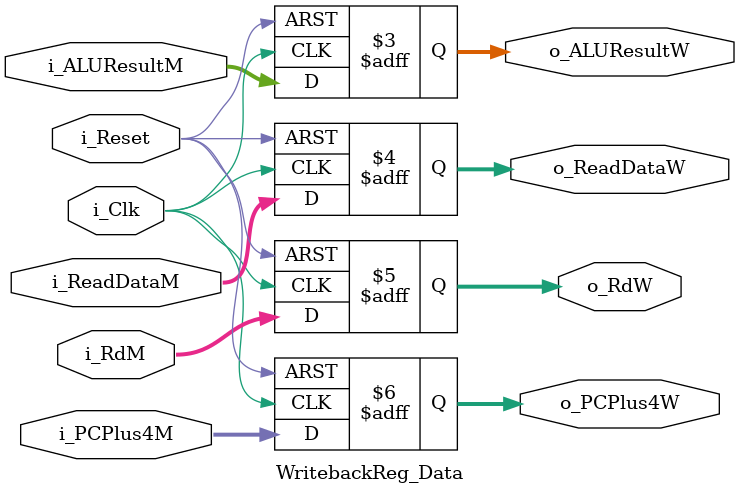
<source format=sv>
module WritebackReg_Data
(
    input  logic        i_Clk,
    input  logic        i_Reset,

    // Input from Data Path
    input  logic [31:0] i_ALUResultM,
    input  logic [31:0] i_ReadDataM,
    input  logic [4:0]  i_RdM,
    input  logic [31:0] i_PCPlus4M,

    // Output to Data Path
    output logic [31:0] o_ALUResultW,
    output logic [31:0] o_ReadDataW,
    output logic [4:0]  o_RdW,
    output logic [31:0] o_PCPlus4W
);

    // Data Path Register
    always @(posedge i_Clk or negedge i_Reset)
        if(~i_Reset)
        begin
            o_ALUResultW <= 0;
            o_ReadDataW  <= 0;
            o_RdW        <= 0;
            o_PCPlus4W   <= 0;
        end
        else
        begin
            o_ALUResultW <= i_ALUResultM;
            o_ReadDataW  <= i_ReadDataM;
            o_RdW        <= i_RdM;
            o_PCPlus4W   <= i_PCPlus4M;
        end

endmodule
</source>
